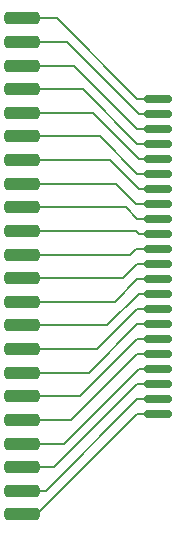
<source format=gtl>
G04 #@! TF.GenerationSoftware,KiCad,Pcbnew,7.0.1*
G04 #@! TF.CreationDate,2023-11-08T22:06:18+01:00*
G04 #@! TF.ProjectId,sd_ide_connector,73645f69-6465-45f6-936f-6e6e6563746f,rev?*
G04 #@! TF.SameCoordinates,Original*
G04 #@! TF.FileFunction,Copper,L1,Top*
G04 #@! TF.FilePolarity,Positive*
%FSLAX46Y46*%
G04 Gerber Fmt 4.6, Leading zero omitted, Abs format (unit mm)*
G04 Created by KiCad (PCBNEW 7.0.1) date 2023-11-08 22:06:18*
%MOMM*%
%LPD*%
G01*
G04 APERTURE LIST*
G04 Aperture macros list*
%AMRoundRect*
0 Rectangle with rounded corners*
0 $1 Rounding radius*
0 $2 $3 $4 $5 $6 $7 $8 $9 X,Y pos of 4 corners*
0 Add a 4 corners polygon primitive as box body*
4,1,4,$2,$3,$4,$5,$6,$7,$8,$9,$2,$3,0*
0 Add four circle primitives for the rounded corners*
1,1,$1+$1,$2,$3*
1,1,$1+$1,$4,$5*
1,1,$1+$1,$6,$7*
1,1,$1+$1,$8,$9*
0 Add four rect primitives between the rounded corners*
20,1,$1+$1,$2,$3,$4,$5,0*
20,1,$1+$1,$4,$5,$6,$7,0*
20,1,$1+$1,$6,$7,$8,$9,0*
20,1,$1+$1,$8,$9,$2,$3,0*%
G04 Aperture macros list end*
G04 #@! TA.AperFunction,SMDPad,CuDef*
%ADD10RoundRect,0.150000X1.050000X0.150000X-1.050000X0.150000X-1.050000X-0.150000X1.050000X-0.150000X0*%
G04 #@! TD*
G04 #@! TA.AperFunction,SMDPad,CuDef*
%ADD11RoundRect,0.250000X1.250000X0.250000X-1.250000X0.250000X-1.250000X-0.250000X1.250000X-0.250000X0*%
G04 #@! TD*
G04 #@! TA.AperFunction,Conductor*
%ADD12C,0.200000*%
G04 #@! TD*
G04 APERTURE END LIST*
D10*
X33524000Y-54954000D03*
X33524000Y-53684000D03*
X33524000Y-52414000D03*
X33524000Y-51144000D03*
X33524000Y-49874000D03*
X33524000Y-48604000D03*
X33524000Y-47334000D03*
X33524000Y-46064000D03*
X33524000Y-44794000D03*
X33524000Y-43524000D03*
X33524000Y-42254000D03*
X33524000Y-40984000D03*
X33524000Y-39714000D03*
X33524000Y-38444000D03*
X33524000Y-37174000D03*
X33524000Y-35904000D03*
X33524000Y-34634000D03*
X33524000Y-33364000D03*
X33524000Y-32094000D03*
X33524000Y-30824000D03*
X33524000Y-29554000D03*
X33524000Y-28284000D03*
D11*
X21971000Y-63495000D03*
X21971000Y-61495000D03*
X21971000Y-59495000D03*
X21971000Y-57495000D03*
X21971000Y-55495000D03*
X21971000Y-53495000D03*
X21971000Y-51495000D03*
X21971000Y-49495000D03*
X21971000Y-47495000D03*
X21971000Y-45495000D03*
X21971000Y-43495000D03*
X21971000Y-41495000D03*
X21971000Y-39495000D03*
X21971000Y-37495000D03*
X21971000Y-35495000D03*
X21971000Y-33495000D03*
X21971000Y-31495000D03*
X21971000Y-29495000D03*
X21971000Y-27495000D03*
X21971000Y-25495000D03*
X21971000Y-23495000D03*
X21971000Y-21495000D03*
D12*
X33487000Y-54991000D02*
X33524000Y-54954000D01*
X31750000Y-54991000D02*
X33487000Y-54991000D01*
X23246000Y-63495000D02*
X31750000Y-54991000D01*
X21971000Y-63495000D02*
X23246000Y-63495000D01*
X33487000Y-53721000D02*
X33524000Y-53684000D01*
X31750000Y-53721000D02*
X33487000Y-53721000D01*
X23976000Y-61495000D02*
X31750000Y-53721000D01*
X21971000Y-61495000D02*
X23976000Y-61495000D01*
X33487000Y-52451000D02*
X33524000Y-52414000D01*
X24706000Y-59495000D02*
X31750000Y-52451000D01*
X21971000Y-59495000D02*
X24706000Y-59495000D01*
X31750000Y-52451000D02*
X33487000Y-52451000D01*
X33487000Y-51181000D02*
X33524000Y-51144000D01*
X25563000Y-57495000D02*
X31877000Y-51181000D01*
X31877000Y-51181000D02*
X33487000Y-51181000D01*
X21971000Y-57495000D02*
X25563000Y-57495000D01*
X33487000Y-49911000D02*
X33524000Y-49874000D01*
X31750000Y-49911000D02*
X33487000Y-49911000D01*
X26166000Y-55495000D02*
X31750000Y-49911000D01*
X21971000Y-55495000D02*
X26166000Y-55495000D01*
X33487000Y-48641000D02*
X33524000Y-48604000D01*
X31750000Y-48641000D02*
X33487000Y-48641000D01*
X26896000Y-53495000D02*
X31750000Y-48641000D01*
X21971000Y-53495000D02*
X26896000Y-53495000D01*
X27626000Y-51495000D02*
X31750000Y-47371000D01*
X31750000Y-47371000D02*
X33487000Y-47371000D01*
X21971000Y-51495000D02*
X27626000Y-51495000D01*
X33487000Y-47371000D02*
X33524000Y-47334000D01*
X33487000Y-46101000D02*
X33524000Y-46064000D01*
X31750000Y-46101000D02*
X33487000Y-46101000D01*
X28356000Y-49495000D02*
X31750000Y-46101000D01*
X21971000Y-49495000D02*
X28356000Y-49495000D01*
X33487000Y-44831000D02*
X33524000Y-44794000D01*
X31877000Y-44831000D02*
X33487000Y-44831000D01*
X29213000Y-47495000D02*
X31877000Y-44831000D01*
X21971000Y-47495000D02*
X29213000Y-47495000D01*
X33487000Y-43561000D02*
X33524000Y-43524000D01*
X31750000Y-43561000D02*
X33487000Y-43561000D01*
X29816000Y-45495000D02*
X31750000Y-43561000D01*
X21971000Y-45495000D02*
X29816000Y-45495000D01*
X33487000Y-42291000D02*
X33524000Y-42254000D01*
X30546000Y-43495000D02*
X31750000Y-42291000D01*
X31750000Y-42291000D02*
X33487000Y-42291000D01*
X21971000Y-43495000D02*
X30546000Y-43495000D01*
X33487000Y-28321000D02*
X33524000Y-28284000D01*
X31750000Y-28321000D02*
X33487000Y-28321000D01*
X24924000Y-21495000D02*
X31750000Y-28321000D01*
X21971000Y-21495000D02*
X24924000Y-21495000D01*
X33487000Y-29591000D02*
X33524000Y-29554000D01*
X25781000Y-23495000D02*
X31877000Y-29591000D01*
X21971000Y-23495000D02*
X25781000Y-23495000D01*
X31877000Y-29591000D02*
X33487000Y-29591000D01*
X33487000Y-30861000D02*
X33524000Y-30824000D01*
X31750000Y-30861000D02*
X33487000Y-30861000D01*
X26384000Y-25495000D02*
X31750000Y-30861000D01*
X21971000Y-25495000D02*
X26384000Y-25495000D01*
X31750000Y-32131000D02*
X33487000Y-32131000D01*
X33487000Y-32131000D02*
X33524000Y-32094000D01*
X27114000Y-27495000D02*
X31750000Y-32131000D01*
X21971000Y-27495000D02*
X27114000Y-27495000D01*
X33487000Y-33401000D02*
X33524000Y-33364000D01*
X27971000Y-29495000D02*
X31877000Y-33401000D01*
X21971000Y-29495000D02*
X27971000Y-29495000D01*
X31877000Y-33401000D02*
X33487000Y-33401000D01*
X33487000Y-34671000D02*
X33524000Y-34634000D01*
X31750000Y-34671000D02*
X33487000Y-34671000D01*
X28574000Y-31495000D02*
X31750000Y-34671000D01*
X21971000Y-31495000D02*
X28574000Y-31495000D01*
X31877000Y-35941000D02*
X33487000Y-35941000D01*
X33487000Y-35941000D02*
X33524000Y-35904000D01*
X29431000Y-33495000D02*
X31877000Y-35941000D01*
X21971000Y-33495000D02*
X29431000Y-33495000D01*
X33487000Y-37211000D02*
X33524000Y-37174000D01*
X31623000Y-37211000D02*
X33487000Y-37211000D01*
X29907000Y-35495000D02*
X31623000Y-37211000D01*
X21971000Y-35495000D02*
X29907000Y-35495000D01*
X31750000Y-38481000D02*
X33487000Y-38481000D01*
X33487000Y-38481000D02*
X33524000Y-38444000D01*
X30764000Y-37495000D02*
X31750000Y-38481000D01*
X21971000Y-37495000D02*
X30764000Y-37495000D01*
X33487000Y-41021000D02*
X33524000Y-40984000D01*
X21971000Y-41495000D02*
X31149000Y-41495000D01*
X31149000Y-41495000D02*
X31623000Y-41021000D01*
X31623000Y-41021000D02*
X33487000Y-41021000D01*
X31877000Y-39751000D02*
X33487000Y-39751000D01*
X31621000Y-39495000D02*
X31877000Y-39751000D01*
X21971000Y-39495000D02*
X31621000Y-39495000D01*
X33487000Y-39751000D02*
X33524000Y-39714000D01*
M02*

</source>
